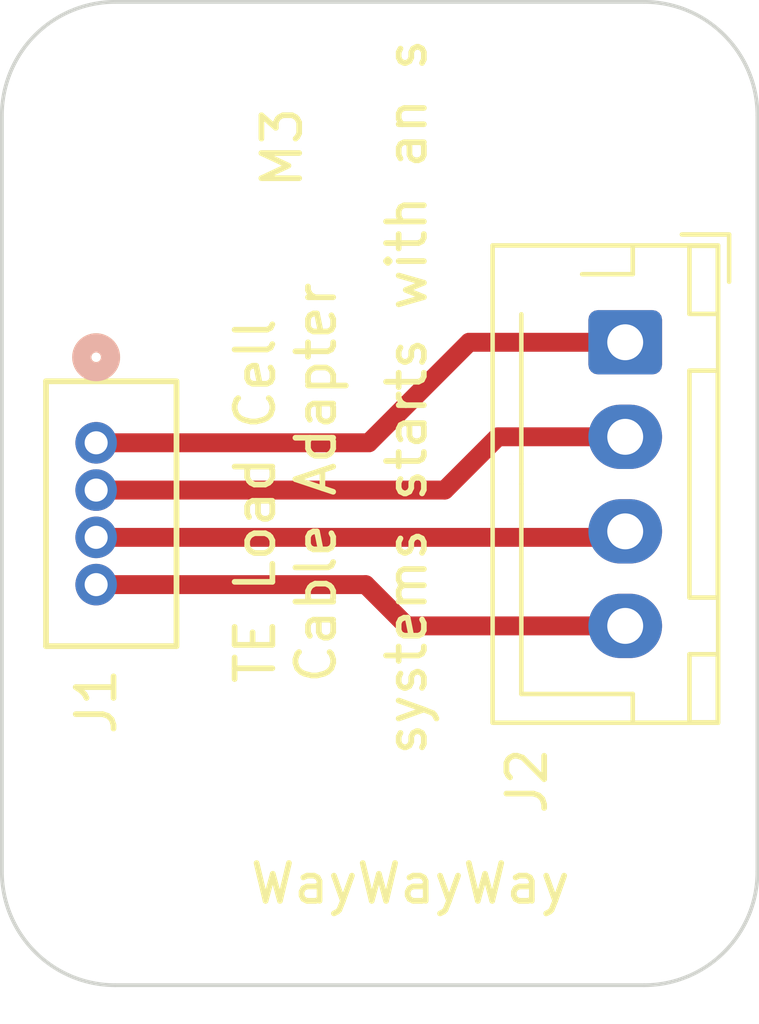
<source format=kicad_pcb>
(kicad_pcb (version 20221018) (generator pcbnew)
  (title_block (title "TE Load Cell Adapter") (date "2023-10-26") (rev "v1") (company "Sun Devil Motorsports"))
  (layers (0 "F.Cu" signal) (31 "B.Cu" signal) (34 "B.Paste" user) (35 "F.Paste" user) (36 "B.SilkS" user "B.Silkscreen") (37 "F.SilkS" user "F.Silkscreen") (38 "B.Mask" user) (39 "F.Mask" user) (44 "Edge.Cuts" user))
  (net 0 "")
  (net 1 "Net-(J1-Pin_1)")
  (net 2 "Net-(J1-Pin_2)")
  (net 3 "Net-(J1-Pin_3)")
  (net 4 "Net-(J1-Pin_4)")
  (footprint "MountingHole:MountingHole_3.2mm_M3" (layer "F.Cu") (at 142 110)
    (fp_text reference "H1" hide)
    (fp_text value "M2.5")
    (pad "" np_thru_hole circle (at 0 0) (size 3.2 3.2) (drill 3.2) (layers "*.Cu" "*.Mask"))
  )
  (footprint "Connector_JST:JST_XH_B4B-XH-AM_1x04_P2.50mm_Vertical" (layer "F.Cu") (at 154.5 115 -90)
    (fp_text reference "J2" (at 11.6 2.6 90) (layer "F.SilkS"))
    (fp_text value "JST-XH")
    (fp_line (start -2.85 -2.75) (end -2.85 -1.5) (stroke (width 0.12)) (layer "F.SilkS"))
    (fp_line (start -2.56 -2.46) (end -2.56 3.51) (stroke (width 0.12)) (layer "F.SilkS"))
    (fp_line (start -2.56 3.51) (end 10.06 3.51) (stroke (width 0.12)) (layer "F.SilkS"))
    (fp_line (start -2.55 -2.45) (end -2.55 -1.7) (stroke (width 0.12)) (layer "F.SilkS"))
    (fp_line (start -2.55 -1.7) (end -0.75 -1.7) (stroke (width 0.12)) (layer "F.SilkS"))
    (fp_line (start -2.55 -0.2) (end -1.8 -0.2) (stroke (width 0.12)) (layer "F.SilkS"))
    (fp_line (start -1.8 -0.2) (end -1.8 1.14) (stroke (width 0.12)) (layer "F.SilkS"))
    (fp_line (start -1.6 -2.75) (end -2.85 -2.75) (stroke (width 0.12)) (layer "F.SilkS"))
    (fp_line (start -0.75 -2.45) (end -2.55 -2.45) (stroke (width 0.12)) (layer "F.SilkS"))
    (fp_line (start -0.75 -1.7) (end -0.75 -2.45) (stroke (width 0.12)) (layer "F.SilkS"))
    (fp_line (start 0.75 -2.45) (end 0.75 -1.7) (stroke (width 0.12)) (layer "F.SilkS"))
    (fp_line (start 0.75 -1.7) (end 6.75 -1.7) (stroke (width 0.12)) (layer "F.SilkS"))
    (fp_line (start 3.75 2.75) (end -0.74 2.75) (stroke (width 0.12)) (layer "F.SilkS"))
    (fp_line (start 6.75 -2.45) (end 0.75 -2.45) (stroke (width 0.12)) (layer "F.SilkS"))
    (fp_line (start 6.75 -1.7) (end 6.75 -2.45) (stroke (width 0.12)) (layer "F.SilkS"))
    (fp_line (start 8.25 -2.45) (end 8.25 -1.7) (stroke (width 0.12)) (layer "F.SilkS"))
    (fp_line (start 8.25 -1.7) (end 10.05 -1.7) (stroke (width 0.12)) (layer "F.SilkS"))
    (fp_line (start 9.3 -0.2) (end 9.3 2.75) (stroke (width 0.12)) (layer "F.SilkS"))
    (fp_line (start 9.3 2.75) (end 3.75 2.75) (stroke (width 0.12)) (layer "F.SilkS"))
    (fp_line (start 10.05 -2.45) (end 8.25 -2.45) (stroke (width 0.12)) (layer "F.SilkS"))
    (fp_line (start 10.05 -1.7) (end 10.05 -2.45) (stroke (width 0.12)) (layer "F.SilkS"))
    (fp_line (start 10.05 -0.2) (end 9.3 -0.2) (stroke (width 0.12)) (layer "F.SilkS"))
    (fp_line (start 10.06 -2.46) (end -2.56 -2.46) (stroke (width 0.12)) (layer "F.SilkS"))
    (fp_line (start 10.06 3.51) (end 10.06 -2.46) (stroke (width 0.12)) (layer "F.SilkS"))
    (pad "" np_thru_hole circle (at -1.6 2 270) (size 1.2 1.2) (drill 1.2) (layers "*.Cu" "*.Mask"))
    (pad "1" thru_hole roundrect (at 0 0 270) (size 1.7 1.95) (drill 0.95) (layers "*.Cu" "*.Mask") (roundrect_rratio 0.1470588235) (net 1 "Net-(J1-Pin_1)"))
    (pad "2" thru_hole oval (at 2.5 0 270) (size 1.7 1.95) (drill 0.95) (layers "*.Cu" "*.Mask") (net 2 "Net-(J1-Pin_2)"))
    (pad "3" thru_hole oval (at 5 0 270) (size 1.7 1.95) (drill 0.95) (layers "*.Cu" "*.Mask") (net 3 "Net-(J1-Pin_3)"))
    (pad "4" thru_hole oval (at 7.5 0 270) (size 1.7 1.95) (drill 0.95) (layers "*.Cu" "*.Mask") (net 4 "Net-(J1-Pin_4)"))
  )
  (footprint "teconn:CONN4_1734598-4" (layer "F.Cu") (at 140.4951 117.6584 90)
    (fp_text reference "J1" (at -6.8416 0.0049 90 unlocked) (layer "F.SilkS"))
    (fp_text value "1734598-4")
    (fp_circle (center 2.261999 0) (end 2.642999 0) (stroke (width 0.508)) (fill none) (layer "B.SilkS"))
    (fp_line (start -5.377 -1.327) (end -5.377 2.127001) (stroke (width 0.1524)) (layer "F.SilkS"))
    (fp_line (start -5.377 2.127001) (end 1.626999 2.127001) (stroke (width 0.1524)) (layer "F.SilkS"))
    (fp_line (start 1.626999 -1.327) (end -5.377 -1.327) (stroke (width 0.1524)) (layer "F.SilkS"))
    (fp_line (start 1.626999 2.127001) (end 1.626999 -1.327) (stroke (width 0.1524)) (layer "F.SilkS"))
    (fp_circle (center 2.261999 0) (end 2.642999 0) (stroke (width 0.508)) (fill none) (layer "F.SilkS"))
    (pad "1" thru_hole circle (at 0 0 90) (size 1.1 1.1) (drill 0.6096) (layers "*.Cu" "*.Mask") (net 1 "Net-(J1-Pin_1)"))
    (pad "2" thru_hole circle (at -1.25 0 90) (size 1.1 1.1) (drill 0.6096) (layers "*.Cu" "*.Mask") (net 2 "Net-(J1-Pin_2)"))
    (pad "3" thru_hole circle (at -2.5 0 90) (size 1.1 1.1) (drill 0.6096) (layers "*.Cu" "*.Mask") (net 3 "Net-(J1-Pin_3)"))
    (pad "4" thru_hole circle (at -3.75 0 90) (size 1.1 1.1) (drill 0.6096) (layers "*.Cu" "*.Mask") (net 4 "Net-(J1-Pin_4)"))
  )
  (footprint "MountingHole:MountingHole_3.2mm_M3" (layer "F.Cu") (at 142 128)
    (fp_text reference "H4" hide)
    (fp_text value "M2.5")
    (pad "" np_thru_hole circle (at 0 0) (size 3.2 3.2) (drill 3.2) (layers "*.Cu" "*.Mask"))
  )
  (gr_line (start 141 106) (end 155 106) (stroke (width 0.1)) (layer "Edge.Cuts"))
  (gr_line (start 158 109) (end 158 129) (stroke (width 0.1)) (layer "Edge.Cuts"))
  (gr_line (start 155 132) (end 141 132) (stroke (width 0.1)) (layer "Edge.Cuts"))
  (gr_arc (start 158 129) (mid 157.12132 131.12132) (end 155 132) (stroke (width 0.1)) (layer "Edge.Cuts"))
  (gr_arc (start 138 109) (mid 138.87868 106.87868) (end 141 106) (stroke (width 0.1)) (layer "Edge.Cuts"))
  (gr_line (start 138 129) (end 138 109) (stroke (width 0.1)) (layer "Edge.Cuts"))
  (gr_arc (start 155 106) (mid 157.12132 106.87868) (end 158 109) (stroke (width 0.1)) (layer "Edge.Cuts"))
  (gr_arc (start 141 132) (mid 138.87868 131.12132) (end 138 129) (stroke (width 0.1)) (layer "Edge.Cuts"))
  (gr_text "M3" (at 146 111 90) (layer "F.SilkS") (effects (font (size 1 1)) (justify left bottom)))
  (gr_text "TE Load Cell\nCable Adapter" (at 146.9 124.1 90) (layer "F.SilkS") (effects (font (size 1 1)) (justify left bottom)))
  (gr_text "systems starts with an s" (at 149.3 126 90) (layer "F.SilkS") (effects (font (size 1 1)) (justify left bottom)))
  (gr_text "WayWayWay" (at 144.5 129.9) (layer "F.SilkS") (effects (font (size 1 1)) (justify left bottom)))
  (segment (start 150.37 115) (end 147.7116 117.6584) (width 0.5) (layer "F.Cu") (net 1))
  (segment (start 147.7116 117.6584) (end 140.4951 117.6584) (width 0.5) (layer "F.Cu") (net 1))
  (segment (start 154.5 115) (end 150.37 115) (width 0.5) (layer "F.Cu") (net 1))
  (segment (start 151.13 117.5) (end 154.5 117.5) (width 0.5) (layer "F.Cu") (net 2))
  (segment (start 149.7216 118.9084) (end 151.13 117.5) (width 0.5) (layer "F.Cu") (net 2))
  (segment (start 140.4951 118.9084) (end 149.7216 118.9084) (width 0.5) (layer "F.Cu") (net 2))
  (segment (start 140.4951 120.1584) (end 154.3416 120.1584) (width 0.5) (layer "F.Cu") (net 3))
  (segment (start 154.3416 120.1584) (end 154.5 120) (width 0.5) (layer "F.Cu") (net 3))
  (segment (start 148.72 122.5) (end 154.5 122.5) (width 0.5) (layer "F.Cu") (net 4))
  (segment (start 140.4951 121.4084) (end 147.6284 121.4084) (width 0.5) (layer "F.Cu") (net 4))
  (segment (start 147.6284 121.4084) (end 148.72 122.5) (width 0.5) (layer "F.Cu") (net 4))
)
</source>
